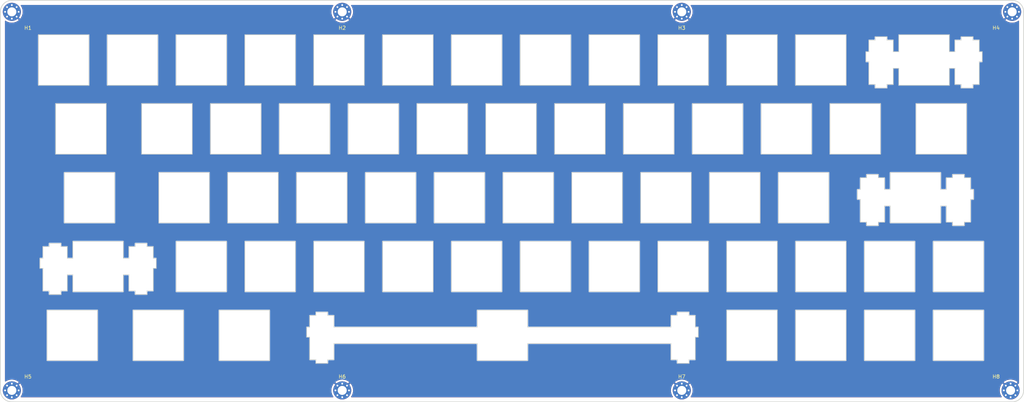
<source format=kicad_pcb>
(kicad_pcb (version 20240108) (generator "pcbnew") (generator_version "8.0")
  (layers (0 "F.Cu" signal) (31 "B.Cu" signal) (34 "B.Paste" user) (35 "F.Paste" user) (36 "B.SilkS" user "B.Silkscreen") (37 "F.SilkS" user "F.Silkscreen") (38 "B.Mask" user) (39 "F.Mask" user) (44 "Edge.Cuts" user))
  (net 0 "")
  (net 1 "GND")
  (footprint "MountingHole:MountingHole_2.5mm_Pad_Via" (layer "F.Cu") (at 213.995 28.575)
    (property "Reference" "H3" (at 0 4.445 0) (layer "F.SilkS"))
    (property "Value" "mh")
    (pad "1" thru_hole circle (at -1.875 0) (size 0.8 0.8) (drill 0.5) (layers "*.Cu" "*.Mask") (net 1 "GND"))
    (pad "1" thru_hole circle (at -1.325825 -1.325825) (size 0.8 0.8) (drill 0.5) (layers "*.Cu" "*.Mask") (net 1 "GND"))
    (pad "1" thru_hole circle (at -1.325825 1.325825) (size 0.8 0.8) (drill 0.5) (layers "*.Cu" "*.Mask") (net 1 "GND"))
    (pad "1" thru_hole circle (at 0 -1.875) (size 0.8 0.8) (drill 0.5) (layers "*.Cu" "*.Mask") (net 1 "GND"))
    (pad "1" thru_hole circle (at 0 0) (size 5 5) (drill 2.5) (layers "*.Cu" "*.Mask") (net 1 "GND"))
    (pad "1" thru_hole circle (at 0 1.875) (size 0.8 0.8) (drill 0.5) (layers "*.Cu" "*.Mask") (net 1 "GND"))
    (pad "1" thru_hole circle (at 1.325825 -1.325825) (size 0.8 0.8) (drill 0.5) (layers "*.Cu" "*.Mask") (net 1 "GND"))
    (pad "1" thru_hole circle (at 1.325825 1.325825) (size 0.8 0.8) (drill 0.5) (layers "*.Cu" "*.Mask") (net 1 "GND"))
    (pad "1" thru_hole circle (at 1.875 0) (size 0.8 0.8) (drill 0.5) (layers "*.Cu" "*.Mask") (net 1 "GND"))
  )
  (footprint "MountingHole:MountingHole_2.5mm_Pad_Via" (layer "F.Cu") (at 28.575 133.35)
    (property "Reference" "H5" (at 4.445 -3.81 0) (layer "F.SilkS"))
    (property "Value" "mh")
    (pad "1" thru_hole circle (at -1.875 0) (size 0.8 0.8) (drill 0.5) (layers "*.Cu" "*.Mask") (net 1 "GND"))
    (pad "1" thru_hole circle (at -1.325825 -1.325825) (size 0.8 0.8) (drill 0.5) (layers "*.Cu" "*.Mask") (net 1 "GND"))
    (pad "1" thru_hole circle (at -1.325825 1.325825) (size 0.8 0.8) (drill 0.5) (layers "*.Cu" "*.Mask") (net 1 "GND"))
    (pad "1" thru_hole circle (at 0 -1.875) (size 0.8 0.8) (drill 0.5) (layers "*.Cu" "*.Mask") (net 1 "GND"))
    (pad "1" thru_hole circle (at 0 0) (size 5 5) (drill 2.5) (layers "*.Cu" "*.Mask") (net 1 "GND"))
    (pad "1" thru_hole circle (at 0 1.875) (size 0.8 0.8) (drill 0.5) (layers "*.Cu" "*.Mask") (net 1 "GND"))
    (pad "1" thru_hole circle (at 1.325825 -1.325825) (size 0.8 0.8) (drill 0.5) (layers "*.Cu" "*.Mask") (net 1 "GND"))
    (pad "1" thru_hole circle (at 1.325825 1.325825) (size 0.8 0.8) (drill 0.5) (layers "*.Cu" "*.Mask") (net 1 "GND"))
    (pad "1" thru_hole circle (at 1.875 0) (size 0.8 0.8) (drill 0.5) (layers "*.Cu" "*.Mask") (net 1 "GND"))
  )
  (footprint "MountingHole:MountingHole_2.5mm_Pad_Via" (layer "F.Cu") (at 120.015 28.575)
    (property "Reference" "H2" (at 0 4.445 0) (layer "F.SilkS"))
    (property "Value" "mh")
    (pad "1" thru_hole circle (at -1.875 0) (size 0.8 0.8) (drill 0.5) (layers "*.Cu" "*.Mask") (net 1 "GND"))
    (pad "1" thru_hole circle (at -1.325825 -1.325825) (size 0.8 0.8) (drill 0.5) (layers "*.Cu" "*.Mask") (net 1 "GND"))
    (pad "1" thru_hole circle (at -1.325825 1.325825) (size 0.8 0.8) (drill 0.5) (layers "*.Cu" "*.Mask") (net 1 "GND"))
    (pad "1" thru_hole circle (at 0 -1.875) (size 0.8 0.8) (drill 0.5) (layers "*.Cu" "*.Mask") (net 1 "GND"))
    (pad "1" thru_hole circle (at 0 0) (size 5 5) (drill 2.5) (layers "*.Cu" "*.Mask") (net 1 "GND"))
    (pad "1" thru_hole circle (at 0 1.875) (size 0.8 0.8) (drill 0.5) (layers "*.Cu" "*.Mask") (net 1 "GND"))
    (pad "1" thru_hole circle (at 1.325825 -1.325825) (size 0.8 0.8) (drill 0.5) (layers "*.Cu" "*.Mask") (net 1 "GND"))
    (pad "1" thru_hole circle (at 1.325825 1.325825) (size 0.8 0.8) (drill 0.5) (layers "*.Cu" "*.Mask") (net 1 "GND"))
    (pad "1" thru_hole circle (at 1.875 0) (size 0.8 0.8) (drill 0.5) (layers "*.Cu" "*.Mask") (net 1 "GND"))
  )
  (footprint "MountingHole:MountingHole_2.5mm_Pad_Via" (layer "F.Cu") (at 28.575 28.575)
    (property "Reference" "H1" (at 4.445 4.445 0) (layer "F.SilkS"))
    (property "Value" "mh")
    (pad "1" thru_hole circle (at -1.875 0) (size 0.8 0.8) (drill 0.5) (layers "*.Cu" "*.Mask") (net 1 "GND"))
    (pad "1" thru_hole circle (at -1.325825 -1.325825) (size 0.8 0.8) (drill 0.5) (layers "*.Cu" "*.Mask") (net 1 "GND"))
    (pad "1" thru_hole circle (at -1.325825 1.325825) (size 0.8 0.8) (drill 0.5) (layers "*.Cu" "*.Mask") (net 1 "GND"))
    (pad "1" thru_hole circle (at 0 -1.875) (size 0.8 0.8) (drill 0.5) (layers "*.Cu" "*.Mask") (net 1 "GND"))
    (pad "1" thru_hole circle (at 0 0) (size 5 5) (drill 2.5) (layers "*.Cu" "*.Mask") (net 1 "GND"))
    (pad "1" thru_hole circle (at 0 1.875) (size 0.8 0.8) (drill 0.5) (layers "*.Cu" "*.Mask") (net 1 "GND"))
    (pad "1" thru_hole circle (at 1.325825 -1.325825) (size 0.8 0.8) (drill 0.5) (layers "*.Cu" "*.Mask") (net 1 "GND"))
    (pad "1" thru_hole circle (at 1.325825 1.325825) (size 0.8 0.8) (drill 0.5) (layers "*.Cu" "*.Mask") (net 1 "GND"))
    (pad "1" thru_hole circle (at 1.875 0) (size 0.8 0.8) (drill 0.5) (layers "*.Cu" "*.Mask") (net 1 "GND"))
  )
  (footprint "MountingHole:MountingHole_2.5mm_Pad_Via" (layer "F.Cu") (at 305.0032 133.35)
    (property "Reference" "H8" (at -4.0132 -3.81 0) (layer "F.SilkS"))
    (property "Value" "mh")
    (pad "1" thru_hole circle (at -1.875 0) (size 0.8 0.8) (drill 0.5) (layers "*.Cu" "*.Mask") (net 1 "GND"))
    (pad "1" thru_hole circle (at -1.325825 -1.325825) (size 0.8 0.8) (drill 0.5) (layers "*.Cu" "*.Mask") (net 1 "GND"))
    (pad "1" thru_hole circle (at -1.325825 1.325825) (size 0.8 0.8) (drill 0.5) (layers "*.Cu" "*.Mask") (net 1 "GND"))
    (pad "1" thru_hole circle (at 0 -1.875) (size 0.8 0.8) (drill 0.5) (layers "*.Cu" "*.Mask") (net 1 "GND"))
    (pad "1" thru_hole circle (at 0 0) (size 5 5) (drill 2.5) (layers "*.Cu" "*.Mask") (net 1 "GND"))
    (pad "1" thru_hole circle (at 0 1.875) (size 0.8 0.8) (drill 0.5) (layers "*.Cu" "*.Mask") (net 1 "GND"))
    (pad "1" thru_hole circle (at 1.325825 -1.325825) (size 0.8 0.8) (drill 0.5) (layers "*.Cu" "*.Mask") (net 1 "GND"))
    (pad "1" thru_hole circle (at 1.325825 1.325825) (size 0.8 0.8) (drill 0.5) (layers "*.Cu" "*.Mask") (net 1 "GND"))
    (pad "1" thru_hole circle (at 1.875 0) (size 0.8 0.8) (drill 0.5) (layers "*.Cu" "*.Mask") (net 1 "GND"))
  )
  (footprint "MountingHole:MountingHole_2.5mm_Pad_Via" (layer "F.Cu") (at 213.995 133.35)
    (property "Reference" "H7" (at 0 -3.81 0) (layer "F.SilkS"))
    (property "Value" "mh")
    (pad "1" thru_hole circle (at -1.875 0) (size 0.8 0.8) (drill 0.5) (layers "*.Cu" "*.Mask") (net 1 "GND"))
    (pad "1" thru_hole circle (at -1.325825 -1.325825) (size 0.8 0.8) (drill 0.5) (layers "*.Cu" "*.Mask") (net 1 "GND"))
    (pad "1" thru_hole circle (at -1.325825 1.325825) (size 0.8 0.8) (drill 0.5) (layers "*.Cu" "*.Mask") (net 1 "GND"))
    (pad "1" thru_hole circle (at 0 -1.875) (size 0.8 0.8) (drill 0.5) (layers "*.Cu" "*.Mask") (net 1 "GND"))
    (pad "1" thru_hole circle (at 0 0) (size 5 5) (drill 2.5) (layers "*.Cu" "*.Mask") (net 1 "GND"))
    (pad "1" thru_hole circle (at 0 1.875) (size 0.8 0.8) (drill 0.5) (layers "*.Cu" "*.Mask") (net 1 "GND"))
    (pad "1" thru_hole circle (at 1.325825 -1.325825) (size 0.8 0.8) (drill 0.5) (layers "*.Cu" "*.Mask") (net 1 "GND"))
    (pad "1" thru_hole circle (at 1.325825 1.325825) (size 0.8 0.8) (drill 0.5) (layers "*.Cu" "*.Mask") (net 1 "GND"))
    (pad "1" thru_hole circle (at 1.875 0) (size 0.8 0.8) (drill 0.5) (layers "*.Cu" "*.Mask") (net 1 "GND"))
  )
  (footprint "MountingHole:MountingHole_2.5mm_Pad_Via" (layer "F.Cu") (at 305.435 28.575)
    (property "Reference" "H4" (at -4.445 4.445 0) (layer "F.SilkS"))
    (property "Value" "mh")
    (pad "1" thru_hole circle (at -1.875 0) (size 0.8 0.8) (drill 0.5) (layers "*.Cu" "*.Mask") (net 1 "GND"))
    (pad "1" thru_hole circle (at -1.325825 -1.325825) (size 0.8 0.8) (drill 0.5) (layers "*.Cu" "*.Mask") (net 1 "GND"))
    (pad "1" thru_hole circle (at -1.325825 1.325825) (size 0.8 0.8) (drill 0.5) (layers "*.Cu" "*.Mask") (net 1 "GND"))
    (pad "1" thru_hole circle (at 0 -1.875) (size 0.8 0.8) (drill 0.5) (layers "*.Cu" "*.Mask") (net 1 "GND"))
    (pad "1" thru_hole circle (at 0 0) (size 5 5) (drill 2.5) (layers "*.Cu" "*.Mask") (net 1 "GND"))
    (pad "1" thru_hole circle (at 0 1.875) (size 0.8 0.8) (drill 0.5) (layers "*.Cu" "*.Mask") (net 1 "GND"))
    (pad "1" thru_hole circle (at 1.325825 -1.325825) (size 0.8 0.8) (drill 0.5) (layers "*.Cu" "*.Mask") (net 1 "GND"))
    (pad "1" thru_hole circle (at 1.325825 1.325825) (size 0.8 0.8) (drill 0.5) (layers "*.Cu" "*.Mask") (net 1 "GND"))
    (pad "1" thru_hole circle (at 1.875 0) (size 0.8 0.8) (drill 0.5) (layers "*.Cu" "*.Mask") (net 1 "GND"))
  )
  (footprint "MountingHole:MountingHole_2.5mm_Pad_Via" (layer "F.Cu") (at 120.015 133.35)
    (property "Reference" "H6" (at 0 -3.81 0) (layer "F.SilkS"))
    (property "Value" "mh")
    (pad "1" thru_hole circle (at -1.875 0) (size 0.8 0.8) (drill 0.5) (layers "*.Cu" "*.Mask") (net 1 "GND"))
    (pad "1" thru_hole circle (at -1.325825 -1.325825) (size 0.8 0.8) (drill 0.5) (layers "*.Cu" "*.Mask") (net 1 "GND"))
    (pad "1" thru_hole circle (at -1.325825 1.325825) (size 0.8 0.8) (drill 0.5) (layers "*.Cu" "*.Mask") (net 1 "GND"))
    (pad "1" thru_hole circle (at 0 -1.875) (size 0.8 0.8) (drill 0.5) (layers "*.Cu" "*.Mask") (net 1 "GND"))
    (pad "1" thru_hole circle (at 0 0) (size 5 5) (drill 2.5) (layers "*.Cu" "*.Mask") (net 1 "GND"))
    (pad "1" thru_hole circle (at 0 1.875) (size 0.8 0.8) (drill 0.5) (layers "*.Cu" "*.Mask") (net 1 "GND"))
    (pad "1" thru_hole circle (at 1.325825 -1.325825) (size 0.8 0.8) (drill 0.5) (layers "*.Cu" "*.Mask") (net 1 "GND"))
    (pad "1" thru_hole circle (at 1.325825 1.325825) (size 0.8 0.8) (drill 0.5) (layers "*.Cu" "*.Mask") (net 1 "GND"))
    (pad "1" thru_hole circle (at 1.875 0) (size 0.8 0.8) (drill 0.5) (layers "*.Cu" "*.Mask") (net 1 "GND"))
  )
  (gr_line (start 38.899231 92.61015) (end 38.899231 93.52915) (stroke (width 0.2)) (layer "Edge.Cuts"))
  (gr_line (start 110.167231 115.80935) (end 110.167231 118.60945) (stroke (width 0.2)) (layer "Edge.Cuts"))
  (gr_line (start 202.324831 106.05975) (end 188.325831 106.05975) (stroke (width 0.2)) (layer "Edge.Cuts"))
  (gr_line (start 245.475831 111.11025) (end 259.474831 111.11025) (stroke (width 0.2)) (layer "Edge.Cuts"))
  (gr_line (start 157.367831 120.40925) (end 157.367831 125.10975) (stroke (width 0.2)) (layer "Edge.Cuts"))
  (gr_line (start 265.117831 86.77945) (end 265.117831 87.75955) (stroke (width 0.2)) (layer "Edge.Cuts"))
  (gr_line (start 169.275831 92.06025) (end 183.274831 92.06025) (stroke (width 0.2)) (layer "Edge.Cuts"))
  (gr_line (start 226.425831 125.10975) (end 226.425831 111.11025) (stroke (width 0.2)) (layer "Edge.Cuts"))
  (gr_line (start 178.512831 87.00985) (end 164.511831 87.00985) (stroke (width 0.2)) (layer "Edge.Cuts"))
  (gr_line (start 221.374831 92.06025) (end 221.374831 106.05975) (stroke (width 0.2)) (layer "Edge.Cuts"))
  (gr_line (start 145.461831 73.01025) (end 159.462831 73.01025) (stroke (width 0.2)) (layer "Edge.Cuts"))
  (gr_line (start 67.723831 99.55955) (end 68.549331 99.55955) (stroke (width 0.2)) (layer "Edge.Cuts"))
  (gr_line (start 112.125431 48.90985) (end 112.125431 34.90915) (stroke (width 0.2)) (layer "Edge.Cuts"))
  (gr_line (start 285.667831 82.30905) (end 287.192831 82.30905) (stroke (width 0.2)) (layer "Edge.Cuts"))
  (gr_line (start 202.611831 73.01025) (end 216.612831 73.01025) (stroke (width 0.2)) (layer "Edge.Cuts"))
  (gr_line (start 221.374831 48.90985) (end 207.375831 48.90985) (stroke (width 0.2)) (layer "Edge.Cuts"))
  (gr_line (start 216.016831 111.65865) (end 212.717831 111.65865) (stroke (width 0.2)) (layer "Edge.Cuts"))
  (gr_line (start 173.749831 53.96025) (end 173.749831 67.95985) (stroke (width 0.2)) (layer "Edge.Cuts"))
  (gr_line (start 107.075131 106.05975) (end 93.075431 106.05975) (stroke (width 0.2)) (layer "Edge.Cuts"))
  (gr_line (start 212.717831 112.57925) (end 210.992831 112.57925) (stroke (width 0.2)) (layer "Edge.Cuts"))
  (gr_line (start 131.173831 48.90985) (end 131.173831 34.90915) (stroke (width 0.2)) (layer "Edge.Cuts"))
  (gr_line (start 110.167231 118.60945) (end 110.992731 118.60945) (stroke (width 0.2)) (layer "Edge.Cuts"))
  (gr_line (start 62.699531 92.61015) (end 62.699531 93.52915) (stroke (width 0.2)) (layer "Edge.Cuts"))
  (gr_line (start 154.699831 67.95985) (end 140.700831 67.95985) (stroke (width 0.2)) (layer "Edge.Cuts"))
  (gr_line (start 287.192831 74.47915) (end 287.192831 77.70925) (stroke (width 0.2)) (layer "Edge.Cuts"))
  (gr_line (start 117.742431 115.80935) (end 117.742431 112.57925) (stroke (width 0.2)) (layer "Edge.Cuts"))
  (gr_line (start 202.324831 48.90985) (end 188.325831 48.90985) (stroke (width 0.2)) (layer "Edge.Cuts"))
  (gr_line (start 267.499831 36.37915) (end 265.775831 36.37915) (stroke (width 0.2)) (layer "Edge.Cuts"))
  (gr_line (start 264.525831 92.06025) (end 278.524831 92.06025) (stroke (width 0.2)) (layer "Edge.Cuts"))
  (gr_line (start 88.311531 73.01025) (end 102.312631 73.01025) (stroke (width 0.2)) (layer "Edge.Cuts"))
  (gr_line (start 126.411831 73.01025) (end 140.412831 73.01025) (stroke (width 0.2)) (layer "Edge.Cuts"))
  (gr_line (start 271.667831 87.00985) (end 285.667831 87.00985) (stroke (width 0.2)) (layer "Edge.Cuts"))
  (gr_line (start 178.512831 73.01025) (end 178.512831 87.00985) (stroke (width 0.2)) (layer "Edge.Cuts"))
  (gr_line (start 271.667831 77.70925) (end 270.142831 77.70925) (stroke (width 0.2)) (layer "Edge.Cuts"))
  (gr_line (start 255.000831 53.96025) (end 268.999831 53.96025) (stroke (width 0.2)) (layer "Edge.Cuts"))
  (gr_line (start 249.949831 67.95985) (end 235.950831 67.95985) (stroke (width 0.2)) (layer "Edge.Cuts"))
  (gr_line (start 62.117831 111.11025) (end 76.117431 111.11025) (stroke (width 0.2)) (layer "Edge.Cuts"))
  (gr_line (start 37.175331 105.82955) (end 38.899231 105.82955) (stroke (width 0.2)) (layer "Edge.Cuts"))
  (gr_line (start 110.992731 112.57925) (end 110.992731 115.80935) (stroke (width 0.2)) (layer "Edge.Cuts"))
  (gr_line (start 264.525831 106.05975) (end 264.525831 92.06025) (stroke (width 0.2)) (layer "Edge.Cuts"))
  (gr_line (start 68.975131 34.90915) (end 68.975131 48.90985) (stroke (width 0.2)) (layer "Edge.Cuts"))
  (gr_line (start 88.025131 106.05975) (end 74.025431 106.05975) (stroke (width 0.2)) (layer "Edge.Cuts"))
  (gr_line (start 212.717831 111.65865) (end 212.717831 112.57925) (stroke (width 0.2)) (layer "Edge.Cuts"))
  (gr_line (start 283.575831 106.05975) (end 283.575831 92.06025) (stroke (width 0.2)) (layer "Edge.Cuts"))
  (gr_line (start 173.749831 67.95985) (end 159.750831 67.95985) (stroke (width 0.2)) (layer "Edge.Cuts"))
  (gr_line (start 217.742831 112.57925) (end 216.016831 112.57925) (stroke (width 0.2)) (layer "Edge.Cuts"))
  (gr_line (start 202.611831 87.00985) (end 202.611831 73.01025) (stroke (width 0.2)) (layer "Edge.Cuts"))
  (gr_line (start 291.299831 48.67805) (end 291.299831 49.65955) (stroke (width 0.2)) (layer "Edge.Cuts"))
  (gr_line (start 116.018331 124.87815) (end 117.742431 124.87815) (stroke (width 0.2)) (layer "Edge.Cuts"))
  (gr_line (start 207.375831 34.90915) (end 221.374831 34.90915) (stroke (width 0.2)) (layer "Edge.Cuts"))
  (gr_line (start 43.924931 101.35925) (end 45.449031 101.35925) (stroke (width 0.2)) (layer "Edge.Cuts"))
  (gr_line (start 85.930331 125.10975) (end 85.930331 111.11025) (stroke (width 0.2)) (layer "Edge.Cuts"))
  (gr_line (start 169.275831 106.05975) (end 169.275831 92.06025) (stroke (width 0.2)) (layer "Edge.Cuts"))
  (gr_line (start 59.449931 96.75925) (end 59.449931 92.06025) (stroke (width 0.2)) (layer "Edge.Cuts"))
  (gr_line (start 272.524831 44.20905) (end 274.050831 44.20905) (stroke (width 0.2)) (layer "Edge.Cuts"))
  (gr_line (start 116.600131 53.96025) (end 116.600131 67.95985) (stroke (width 0.2)) (layer "Edge.Cuts"))
  (gr_line (start 297.574831 92.06025) (end 297.574831 106.05975) (stroke (width 0.2)) (layer "Edge.Cuts"))
  (gr_line (start 240.424831 111.11025) (end 240.424831 125.10975) (stroke (width 0.2)) (layer "Edge.Cuts"))
  (gr_line (start 264.525831 111.11025) (end 278.524831 111.11025) (stroke (width 0.2)) (layer "Edge.Cuts"))
  (gr_line (start 268.418831 74.47915) (end 268.418831 73.56025) (stroke (width 0.2)) (layer "Edge.Cuts"))
  (gr_line (start 112.125431 106.05975) (end 112.125431 92.06025) (stroke (width 0.2)) (layer "Edge.Cuts"))
  (gr_line (start 126.124831 106.05975) (end 112.125431 106.05975) (stroke (width 0.2)) (layer "Edge.Cuts"))
  (gr_line (start 226.425831 106.05975) (end 226.425831 92.06025) (stroke (width 0.2)) (layer "Edge.Cuts"))
  (gr_line (start 268.418831 87.75955) (end 268.418831 86.77945) (stroke (width 0.2)) (layer "Edge.Cuts"))
  (gr_line (start 74.025431 48.90985) (end 74.025431 34.90915) (stroke (width 0.2)) (layer "Edge.Cuts"))
  (gr_line (start 99.931331 125.10975) (end 85.930331 125.10975) (stroke (width 0.2)) (layer "Edge.Cuts"))
  (gr_arc (start 305.435 25.4) (mid 307.680069 26.32994) (end 308.61 28.575) (stroke (width 0.2032)) (layer "Edge.Cuts"))
  (gr_line (start 60.974131 93.52915) (end 60.974131 96.75925) (stroke (width 0.2)) (layer "Edge.Cuts"))
  (gr_line (start 42.198331 93.52915) (end 42.198331 92.61015) (stroke (width 0.2)) (layer "Edge.Cuts"))
  (gr_line (start 217.742831 124.87815) (end 217.742831 118.60945) (stroke (width 0.2)) (layer "Edge.Cuts"))
  (gr_line (start 154.699831 53.96025) (end 154.699831 67.95985) (stroke (width 0.2)) (layer "Edge.Cuts"))
  (gr_line (start 40.686531 67.95985) (end 40.686531 53.96025) (stroke (width 0.2)) (layer "Edge.Cuts"))
  (gr_line (start 197.850831 53.96025) (end 211.849831 53.96025) (stroke (width 0.2)) (layer "Edge.Cuts"))
  (gr_line (start 272.524831 48.67805) (end 272.524831 44.20905) (stroke (width 0.2)) (layer "Edge.Cuts"))
  (gr_line (start 59.449931 106.05975) (end 59.449931 101.35925) (stroke (width 0.2)) (layer "Edge.Cuts"))
  (gr_line (start 59.449931 92.06025) (end 45.449031 92.06025) (stroke (width 0.2)) (layer "Edge.Cuts"))
  (gr_line (start 294.599831 35.46015) (end 291.299831 35.46015) (stroke (width 0.2)) (layer "Edge.Cuts"))
  (gr_line (start 116.018331 111.65865) (end 112.718131 111.65865) (stroke (width 0.2)) (layer "Edge.Cuts"))
  (gr_line (start 292.216831 87.75955) (end 292.216831 86.77945) (stroke (width 0.2)) (layer "Edge.Cuts"))
  (gr_line (start 25.4 133.35) (end 25.4 28.575) (stroke (width 0.2032)) (layer "Edge.Cuts"))
  (gr_line (start 226.425831 48.90985) (end 226.425831 34.90915) (stroke (width 0.2)) (layer "Edge.Cuts"))
  (gr_line (start 265.775831 42.40955) (end 265.775831 48.67805) (stroke (width 0.2)) (layer "Edge.Cuts"))
  (gr_line (start 85.930331 111.11025) (end 99.931331 111.11025) (stroke (width 0.2)) (layer "Edge.Cuts"))
  (gr_line (start 262.566831 77.70925) (end 262.566831 80.50955) (stroke (width 0.2)) (layer "Edge.Cuts"))
  (gr_line (start 140.700831 53.96025) (end 154.699831 53.96025) (stroke (width 0.2)) (layer "Edge.Cuts"))
  (gr_line (start 112.125431 34.90915) (end 126.124831 34.90915) (stroke (width 0.2)) (layer "Edge.Cuts"))
  (gr_line (start 265.775831 36.37915) (end 265.775831 39.60785) (stroke (width 0.2)) (layer "Edge.Cuts"))
  (gr_line (start 212.717831 125.85935) (end 216.016831 125.85935) (stroke (width 0.2)) (layer "Edge.Cuts"))
  (gr_line (start 171.367831 125.10975) (end 171.367831 120.40925) (stroke (width 0.2)) (layer "Edge.Cuts"))
  (gr_line (start 121.650431 53.96025) (end 135.649831 53.96025) (stroke (width 0.2)) (layer "Edge.Cuts"))
  (gr_line (start 254.712831 73.01025) (end 254.712831 87.00985) (stroke (width 0.2)) (layer "Edge.Cuts"))
  (gr_line (start 226.425831 111.11025) (end 240.424831 111.11025) (stroke (width 0.2)) (layer "Edge.Cuts"))
  (gr_line (start 140.700831 67.95985) (end 140.700831 53.96025) (stroke (width 0.2)) (layer "Edge.Cuts"))
  (gr_line (start 218.567831 115.80935) (end 217.742831 115.80935) (stroke (width 0.2)) (layer "Edge.Cuts"))
  (gr_line (start 216.016831 112.57925) (end 216.016831 111.65865) (stroke (width 0.2)) (layer "Edge.Cuts"))
  (gr_line (start 294.599831 48.67805) (end 296.324831 48.67805) (stroke (width 0.2)) (layer "Edge.Cuts"))
  (gr_line (start 259.474831 125.10975) (end 245.475831 125.10975) (stroke (width 0.2)) (layer "Edge.Cuts"))
  (gr_line (start 197.562831 87.00985) (end 183.561831 87.00985) (stroke (width 0.2)) (layer "Edge.Cuts"))
  (gr_line (start 294.599831 49.65955) (end 294.599831 48.67805) (stroke (width 0.2)) (layer "Edge.Cuts"))
  (gr_line (start 188.325831 106.05975) (end 188.325831 92.06025) (stroke (width 0.2)) (layer "Edge.Cuts"))
  (gr_line (start 270.142831 86.77945) (end 270.142831 82.30905) (stroke (width 0.2)) (layer "Edge.Cuts"))
  (gr_line (start 212.717831 124.87815) (end 212.717831 125.85935) (stroke (width 0.2)) (layer "Edge.Cuts"))
  (gr_line (start 65.998331 106.80935) (end 65.998331 105.82955) (stroke (width 0.2)) (layer "Edge.Cuts"))
  (gr_line (start 293.942831 86.77945) (end 293.942831 80.50955) (stroke (width 0.2)) (layer "Edge.Cuts"))
  (gr_line (start 35.924031 48.90985) (end 35.924031 34.90915) (stroke (width 0.2)) (layer "Edge.Cuts"))
  (gr_line (start 188.325831 48.90985) (end 188.325831 34.90915) (stroke (width 0.2)) (layer "Edge.Cuts"))
  (gr_line (start 93.075431 92.06025) (end 107.075131 92.06025) (stroke (width 0.2)) (layer "Edge.Cuts"))
  (gr_line (start 121.362631 73.01025) (end 121.362631 87.00985) (stroke (width 0.2)) (layer "Edge.Cuts"))
  (gr_line (start 287.192831 77.70925) (end 285.667831 77.70925) (stroke (width 0.2)) (layer "Edge.Cuts"))
  (gr_line (start 274.050831 44.20905) (end 274.050831 48.90985) (stroke (width 0.2)) (layer "Edge.Cuts"))
  (gr_line (start 54.975431 48.90985) (end 54.975431 34.90915) (stroke (width 0.2)) (layer "Edge.Cuts"))
  (gr_line (start 263.392831 77.70925) (end 262.566831 77.70925) (stroke (width 0.2)) (layer "Edge.Cuts"))
  (gr_line (start 45.449031 96.75925) (end 43.924931 96.75925) (stroke (width 0.2)) (layer "Edge.Cuts"))
  (gr_line (start 78.500131 53.96025) (end 78.500131 67.95985) (stroke (width 0.2)) (layer "Edge.Cuts"))
  (gr_line (start 52.306231 125.10975) (end 38.305331 125.10975) (stroke (width 0.2)) (layer "Edge.Cuts"))
  (gr_line (start 97.550131 53.96025) (end 97.550131 67.95985) (stroke (width 0.2)) (layer "Edge.Cuts"))
  (gr_line (start 68.549331 99.55955) (end 68.549331 96.75925) (stroke (width 0.2)) (layer "Edge.Cuts"))
  (gr_line (start 43.924931 96.75925) (end 43.924931 93.52915) (stroke (width 0.2)) (layer "Edge.Cuts"))
  (gr_line (start 57.067331 73.01025) (end 57.067331 87.00985) (stroke (width 0.2)) (layer "Edge.Cuts"))
  (gr_line (start 37.175331 99.55955) (end 37.175331 105.82955) (stroke (width 0.2)) (layer "Edge.Cuts"))
  (gr_line (start 240.424831 106.05975) (end 226.425831 106.05975) (stroke (width 0.2)) (layer "Edge.Cuts"))
  (gr_line (start 116.018331 125.85935) (end 116.018331 124.87815) (stroke (width 0.2)) (layer "Edge.Cuts"))
  (gr_line (start 62.699531 93.52915) (end 60.974131 93.52915) (stroke (width 0.2)) (layer "Edge.Cuts"))
  (gr_line (start 145.173831 92.06025) (end 145.173831 106.05975) (stroke (width 0.2)) (layer "Edge.Cuts"))
  (gr_line (start 288.917831 86.77945) (end 288.917831 87.75955) (stroke (width 0.2)) (layer "Edge.Cuts"))
  (gr_line (start 271.667831 82.30905) (end 271.667831 87.00985) (stroke (width 0.2)) (layer "Edge.Cuts"))
  (gr_line (start 112.125431 92.06025) (end 126.124831 92.06025) (stroke (width 0.2)) (layer "Edge.Cuts"))
  (gr_line (start 270.799831 35.46015) (end 267.499831 35.46015) (stroke (width 0.2)) (layer "Edge.Cuts"))
  (gr_line (start 157.367831 111.11025) (end 157.367831 115.80935) (stroke (width 0.2)) (layer "Edge.Cuts"))
  (gr_line (start 49.924931 34.90915) (end 49.924931 48.90985) (stroke (width 0.2)) (layer "Edge.Cuts"))
  (gr_line (start 183.274831 34.90915) (end 183.274831 48.90985) (stroke (width 0.2)) (layer "Edge.Cuts"))
  (gr_line (start 274.050831 34.90915) (end 274.050831 39.60785) (stroke (width 0.2)) (layer "Edge.Cuts"))
  (gr_line (start 293.942831 80.50955) (end 294.767831 80.50955) (stroke (width 0.2)) (layer "Edge.Cuts"))
  (gr_line (start 76.117431 111.11025) (end 76.117431 125.10975) (stroke (width 0.2)) (layer "Edge.Cuts"))
  (gr_line (start 65.998331 92.61015) (end 62.699531 92.61015) (stroke (width 0.2)) (layer "Edge.Cuts"))
  (gr_line (start 259.474831 111.11025) (end 259.474831 125.10975) (stroke (width 0.2)) (layer "Edge.Cuts"))
  (gr_line (start 270.142831 77.70925) (end 270.142831 74.47915) (stroke (width 0.2)) (layer "Edge.Cuts"))
  (gr_line (start 283.575831 92.06025) (end 297.574831 92.06025) (stroke (width 0.2)) (layer "Edge.Cuts"))
  (gr_line (start 274.050831 39.60785) (end 272.524831 39.60785) (stroke (width 0.2)) (layer "Edge.Cuts"))
  (gr_line (start 283.575831 111.11025) (end 297.574831 111.11025) (stroke (width 0.2)) (layer "Edge.Cuts"))
  (gr_line (start 38.899231 93.52915) (end 37.175331 93.52915) (stroke (width 0.2)) (layer "Edge.Cuts"))
  (gr_line (start 207.375831 92.06025) (end 221.374831 92.06025) (stroke (width 0.2)) (layer "Edge.Cuts"))
  (gr_line (start 210.992831 120.40925) (end 210.992831 124.87815) (stroke (width 0.2)) (layer "Edge.Cuts"))
  (gr_line (start 121.362631 87.00985) (end 107.361531 87.00985) (stroke (width 0.2)) (layer "Edge.Cuts"))
  (gr_line (start 38.305331 125.10975) (end 38.305331 111.11025) (stroke (width 0.2)) (layer "Edge.Cuts"))
  (gr_line (start 62.699531 106.80935) (end 65.998331 106.80935) (stroke (width 0.2)) (layer "Edge.Cuts"))
  (gr_line (start 294.767831 80.50955) (end 294.767831 77.70925) (stroke (width 0.2)) (layer "Edge.Cuts"))
  (gr_line (start 202.324831 92.06025) (end 202.324831 106.05975) (stroke (width 0.2)) (layer "Edge.Cuts"))
  (gr_line (start 272.524831 39.60785) (end 272.524831 36.37915) (stroke (width 0.2)) (layer "Edge.Cuts"))
  (gr_line (start 131.173831 34.90915) (end 145.173831 34.90915) (stroke (width 0.2)) (layer "Edge.Cuts"))
  (gr_line (start 40.686531 53.96025) (end 54.687431 53.96025) (stroke (width 0.2)) (layer "Edge.Cuts"))
  (gr_line (start 197.850831 67.95985) (end 197.850831 53.96025) (stroke (width 0.2)) (layer "Edge.Cuts"))
  (gr_line (start 297.148831 39.60785) (end 296.324831 39.60785) (stroke (width 0.2)) (layer "Edge.Cuts"))
  (gr_line (start 265.117831 73.56025) (end 265.117831 74.47915) (stroke (width 0.2)) (layer "Edge.Cuts"))
  (gr_line (start 270.142831 82.30905) (end 271.667831 82.30905) (stroke (width 0.2)) (layer "Edge.Cuts"))
  (gr_line (start 157.367831 115.80935) (end 117.742431 115.80935) (stroke (width 0.2)) (layer "Edge.Cuts"))
  (gr_line (start 291.299831 36.37915) (end 289.575831 36.37915) (stroke (width 0.2)) (layer "Edge.Cuts"))
  (gr_line (start 221.661831 87.00985) (end 221.661831 73.01025) (stroke (width 0.2)) (layer "Edge.Cuts"))
  (gr_line (start 117.742431 120.40925) (end 157.367831 120.40925) (stroke (width 0.2)) (layer "Edge.Cuts"))
  (gr_line (start 28.575 25.4) (end 305.435 25.4) (stroke (width 0.2032)) (layer "Edge.Cuts"))
  (gr_line (start 268.418831 73.56025) (end 265.117831 73.56025) (stroke (width 0.2)) (layer "Edge.Cuts"))
  (gr_line (start 240.424831 34.90915) (end 240.424831 48.90985) (stroke (width 0.2)) (layer "Edge.Cuts"))
  (gr_line (start 45.449031 106.05975) (end 59.449931 106.05975) (stroke (width 0.2)) (layer "Edge.Cuts"))
  (gr_line (start 288.917831 87.75955) (end 292.216831 87.75955) (stroke (width 0.2)) (layer "Edge.Cuts"))
  (gr_line (start 259.474831 48.90985) (end 245.475831 48.90985) (stroke (width 0.2)) (layer "Edge.Cuts"))
  (gr_line (start 126.124831 48.90985) (end 112.125431 48.90985) (stroke (width 0.2)) (layer "Edge.Cuts"))
  (gr_line (start 164.511831 73.01025) (end 178.512831 73.01025) (stroke (width 0.2)) (layer "Edge.Cuts"))
  (gr_line (start 270.799831 49.65955) (end 270.799831 48.67805) (stroke (width 0.2)) (layer "Edge.Cuts"))
  (gr_line (start 226.425831 34.90915) (end 240.424831 34.90915) (stroke (width 0.2)) (layer "Edge.Cuts"))
  (gr_line (start 36.348531 99.55955) (end 37.175331 99.55955) (stroke (width 0.2)) (layer "Edge.Cuts"))
  (gr_line (start 88.025131 92.06025) (end 88.025131 106.05975) (stroke (width 0.2)) (layer "Edge.Cuts"))
  (gr_line (start 67.723831 105.82955) (end 67.723831 99.55955) (stroke (width 0.2)) (layer "Edge.Cuts"))
  (gr_line (start 288.917831 73.56025) (end 288.917831 74.47915) (stroke (width 0.2)) (layer "Edge.Cuts"))
  (gr_line (start 36.348531 96.75925) (end 36.348531 99.55955) (stroke (width 0.2)) (layer "Edge.Cuts"))
  (gr_line (start 207.375831 106.05975) (end 207.375831 92.06025) (stroke (width 0.2)) (layer "Edge.Cuts"))
  (gr_line (start 74.025431 92.06025) (end 88.025131 92.06025) (stroke (width 0.2)) (layer "Edge.Cuts"))
  (gr_line (start 65.998331 93.52915) (end 65.998331 92.61015) (stroke (width 0.2)) (layer "Edge.Cuts"))
  (gr_line (start 88.311531 87.00985) (end 88.311531 73.01025) (stroke (width 0.2)) (layer "Edge.Cuts"))
  (gr_line (start 83.550431 67.95985) (end 83.550431 53.96025) (stroke (width 0.2)) (layer "Edge.Cuts"))
  (gr_line (start 268.999831 67.95985) (end 255.000831 67.95985) (stroke (width 0.2)) (layer "Edge.Cuts"))
  (gr_line (start 297.574831 106.05975) (end 283.575831 106.05975) (stroke (width 0.2)) (layer "Edge.Cuts"))
  (gr_line (start 270.142831 74.47915) (end 268.418831 74.47915) (stroke (width 0.2)) (layer "Edge.Cuts"))
  (gr_line (start 278.809831 67.95985) (end 278.809831 53.96025) (stroke (width 0.2)) (layer "Edge.Cuts"))
  (gr_line (start 259.474831 106.05975) (end 245.475831 106.05975) (stroke (width 0.2)) (layer "Edge.Cuts"))
  (gr_line (start 38.899231 106.80935) (end 42.198331 106.80935) (stroke (width 0.2)) (layer "Edge.Cuts"))
  (gr_line (start 145.173831 34.90915) (end 145.173831 48.90985) (stroke (width 0.2)) (layer "Edge.Cuts"))
  (gr_line (start 42.198331 105.82955) (end 43.924931 105.82955) (stroke (width 0.2)) (layer "Edge.Cuts"))
  (gr_line (start 49.924931 48.90985) (end 35.924031 48.90985) (stroke (width 0.2)) (layer "Edge.Cuts"))
  (gr_line (start 259.474831 92.06025) (end 259.474831 106.05975) (stroke (width 0.2)) (layer "Edge.Cuts"))
  (gr_line (start 112.718131 124.87815) (end 112.718131 125.85935) (stroke (width 0.2)) (layer "Edge.Cuts"))
  (gr_line (start 159.750831 67.95985) (end 159.750831 53.96025) (stroke (width 0.2)) (layer "Edge.Cuts"))
  (gr_line (start 69.261531 87.00985) (end 69.261531 73.01025) (stroke (width 0.2)) (layer "Edge.Cuts"))
  (gr_line (start 285.667831 73.01025) (end 271.667831 73.01025) (stroke (width 0.2)) (layer "Edge.Cuts"))
  (gr_line (start 183.274831 106.05975) (end 169.275831 106.05975) (stroke (width 0.2)) (layer "Edge.Cuts"))
  (gr_line (start 262.566831 80.50955) (end 263.392831 80.50955) (stroke (width 0.2)) (layer "Edge.Cuts"))
  (gr_line (start 267.499831 35.46015) (end 267.499831 36.37915) (stroke (width 0.2)) (layer "Edge.Cuts"))
  (gr_line (start 62.117831 125.10975) (end 62.117831 111.11025) (stroke (width 0.2)) (layer "Edge.Cuts"))
  (gr_line (start 288.049831 48.90985) (end 288.049831 44.20905) (stroke (width 0.2)) (layer "Edge.Cuts"))
  (gr_line (start 211.849831 67.95985) (end 197.850831 67.95985) (stroke (width 0.2)) (layer "Edge.Cuts"))
  (gr_line (start 54.687431 53.96025) (end 54.687431 67.95985) (stroke (width 0.2)) (layer "Edge.Cuts"))
  (gr_line (start 254.712831 87.00985) (end 240.711831 87.00985) (stroke (width 0.2)) (layer "Edge.Cuts"))
  (gr_line (start 145.461831 87.00985) (end 145.461831 73.01025) (stroke (width 0.2)) (layer "Edge.Cuts"))
  (gr_line (start 217.742831 115.80935) (end 217.742831 112.57925) (stroke (width 0.2)) (layer "Edge.Cuts"))
  (gr_line (start 296.324831 39.60785) (end 296.324831 36.37915) (stroke (width 0.2)) (layer "Edge.Cuts"))
  (gr_line (start 240.711831 87.00985) (end 240.711831 73.01025) (stroke (width 0.2)) (layer "Edge.Cuts"))
  (gr_line (start 150.223831 34.90915) (end 164.224831 34.90915) (stroke (width 0.2)) (layer "Edge.Cuts"))
  (gr_line (start 35.924031 34.90915) (end 49.924931 34.90915) (stroke (width 0.2)) (layer "Edge.Cuts"))
  (gr_line (start 288.049831 34.90915) (end 274.050831 34.90915) (stroke (width 0.2)) (layer "Edge.Cuts"))
  (gr_line (start 288.049831 39.60785) (end 288.049831 34.90915) (stroke (width 0.2)) (layer "Edge.Cuts"))
  (gr_line (start 289.575831 44.20905) (end 289.575831 48.67805) (stroke (width 0.2)) (layer "Edge.Cuts"))
  (gr_line (start 235.662831 87.00985) (end 221.661831 87.00985) (stroke (width 0.2)) (layer "Edge.Cuts"))
  (gr_line (start 169.275831 48.90985) (end 169.275831 34.90915) (stroke (width 0.2)) (layer "Edge.Cuts"))
  (gr_line (start 37.175331 96.75925) (end 36.348531 96.75925) (stroke (width 0.2)) (layer "Edge.Cuts"))
  (gr_line (start 267.499831 49.65955) (end 270.799831 49.65955) (stroke (width 0.2)) (layer "Edge.Cuts"))
  (gr_line (start 245.475831 106.05975) (end 245.475831 92.06025) (stroke (width 0.2)) (layer "Edge.Cuts"))
  (gr_line (start 297.574831 125.10975) (end 283.575831 125.10975) (stroke (width 0.2)) (layer "Edge.Cuts"))
  (gr_line (start 116.018331 112.57925) (end 116.018331 111.65865) (stroke (width 0.2)) (layer "Edge.Cuts"))
  (gr_line (start 171.367831 115.80935) (end 171.367831 111.11025) (stroke (width 0.2)) (layer "Edge.Cuts"))
  (gr_line (start 159.462831 87.00985) (end 145.461831 87.00985) (stroke (width 0.2)) (layer "Edge.Cuts"))
  (gr_line (start 69.261531 73.01025) (end 83.262631 73.01025) (stroke (width 0.2)) (layer "Edge.Cuts"))
  (gr_line (start 93.075431 34.90915) (end 107.075131 34.90915) (stroke (width 0.2)) (layer "Edge.Cuts"))
  (gr_line (start 278.809831 53.96025) (end 292.812831 53.96025) (stroke (width 0.2)) (layer "Edge.Cuts"))
  (gr_line (start 292.812831 67.95985) (end 278.809831 67.95985) (stroke (width 0.2)) (layer "Edge.Cuts"))
  (gr_line (start 43.924931 105.82955) (end 43.924931 101.35925) (stroke (width 0.2)) (layer "Edge.Cuts"))
  (gr_line (start 107.075131 92.06025) (end 107.075131 106.05975) (stroke (width 0.2)) (layer "Edge.Cuts"))
  (gr_line (start 285.667831 87.00985) (end 285.667831 82.30905) (stroke (width 0.2)) (layer "Edge.Cuts"))
  (gr_line (start 192.799831 53.96025) (end 192.799831 67.95985) (stroke (width 0.2)) (layer "Edge.Cuts"))
  (gr_line (start 150.223831 92.06025) (end 164.224831 92.06025) (stroke (width 0.2)) (layer "Edge.Cuts"))
  (gr_line (start 126.124831 34.90915) (end 126.124831 48.90985) (stroke (width 0.2)) (layer "Edge.Cuts"))
  (gr_line (start 263.392831 86.77945) (end 265.117831 86.77945) (stroke (width 0.2)) (layer "Edge.Cuts"))
  (gr_line (start 76.117431 125.10975) (end 62.117831 125.10975) (stroke (width 0.2)) (layer "Edge.Cuts"))
  (gr_line (start 110.992731 118.60945) (end 110.992731 124.87815) (stroke (width 0.2)) (layer "Edge.Cuts"))
  (gr_line (start 292.812831 53.96025) (end 292.812831 67.95985) (stroke (width 0.2)) (layer "Edge.Cuts"))
  (gr_line (start 43.067831 73.01025) (end 57.067331 73.01025) (stroke (width 0.2)) (layer "Edge.Cuts"))
  (gr_line (start 289.575831 36.37915) (end 289.575831 39.60785) (stroke (width 0.2)) (layer "Edge.Cuts"))
  (gr_line (start 164.224831 92.06025) (end 164.224831 106.05975) (stroke (width 0.2)) (layer "Edge.Cuts"))
  (gr_line (start 308.61 28.575) (end 308.61 133.35) (stroke (width 0.2)) (layer "Edge.Cuts"))
  (gr_line (start 83.262631 87.00985) (end 69.261531 87.00985) (stroke (width 0.2)) (layer "Edge.Cuts"))
  (gr_line (start 150.223831 48.90985) (end 150.223831 34.90915) (stroke (width 0.2)) (layer "Edge.Cuts"))
  (gr_line (start 278.524831 92.06025) (end 278.524831 106.05975) (stroke (width 0.2)) (layer "Edge.Cuts"))
  (gr_line (start 102.312631 87.00985) (end 88.311531 87.00985) (stroke (width 0.2)) (layer "Edge.Cuts"))
  (gr_line (start 268.999831 53.96025) (end 268.999831 67.95985) (stroke (width 0.2)) (layer "Edge.Cuts"))
  (gr_line (start 93.075431 48.90985) (end 93.075431 34.90915) (stroke (width 0.2)) (layer "Edge.Cuts"))
  (gr_line (start 54.687431 67.95985) (end 40.686531 67.95985) (stroke (width 0.2)) (layer "Edge.Cuts"))
  (gr_line (start 183.561831 73.01025) (end 197.562831 73.01025) (stroke (width 0.2)) (layer "Edge.Cuts"))
  (gr_line (start 52.306231 111.11025) (end 52.306231 125.10975) (stroke (width 0.2)) (layer "Edge.Cuts"))
  (gr_line (start 240.424831 92.06025) (end 240.424831 106.05975) (stroke (width 0.2)) (layer "Edge.Cuts"))
  (gr_line (start 74.025431 34.90915) (end 88.025131 34.90915) (stroke (width 0.2)) (layer "Edge.Cuts"))
  (gr_line (start 112.718131 125.85935) (end 116.018331 125.85935) (stroke (width 0.2)) (layer "Edge.Cuts"))
  (gr_line (start 68.549331 96.75925) (end 67.723831 96.75925) (stroke (width 0.2)) (layer "Edge.Cuts"))
  (gr_line (start 178.800831 67.95985) (end 178.800831 53.96025) (stroke (width 0.2)) (layer "Edge.Cuts"))
  (gr_line (start 221.374831 106.05975) (end 207.375831 106.05975) (stroke (width 0.2)) (layer "Edge.Cuts"))
  (gr_line (start 164.224831 48.90985) (end 150.223831 48.90985) (stroke (width 0.2)) (layer "Edge.Cuts"))
  (gr_line (start 83.262631 73.01025) (end 83.262631 87.00985) (stroke (width 0.2)) (layer "Edge.Cuts"))
  (gr_line (start 102.600431 67.95985) (end 102.600431 53.96025) (stroke (width 0.2)) (layer "Edge.Cuts"))
  (gr_line (start 216.016831 124.87815) (end 217.742831 124.87815) (stroke (width 0.2)) (layer "Edge.Cuts"))
  (gr_line (start 293.942831 77.70925) (end 293.942831 74.47915) (stroke (width 0.2)) (layer "Edge.Cuts"))
  (gr_line (start 285.667831 77.70925) (end 285.667831 73.01025) (stroke (width 0.2)) (layer "Edge.Cuts"))
  (gr_line (start 245.475831 34.90915) (end 259.474831 34.90915) (stroke (width 0.2)) (layer "Edge.Cuts"))
  (gr_line (start 226.425831 92.06025) (end 240.424831 92.06025) (stroke (width 0.2)) (layer "Edge.Cuts"))
  (gr_line (start 93.075431 106.05975) (end 93.075431 92.06025) (stroke (width 0.2)) (layer "Edge.Cuts"))
  (gr_line (start 131.173831 92.06025) (end 145.173831 92.06025) (stroke (width 0.2)) (layer "Edge.Cuts"))
  (gr_line (start 265.775831 39.60785) (end 264.949831 39.60785) (stroke (width 0.2)) (layer "Edge.Cuts"))
  (gr_line (start 183.274831 92.06025) (end 183.274831 106.05975) (stroke (width 0.2)) (layer "Edge.Cuts"))
  (gr_line (start 112.718131 112.57925) (end 110.992731 112.57925) (stroke (width 0.2)) (layer "Edge.Cuts"))
  (gr_line (start 221.661831 73.01025) (end 235.662831 73.01025) (stroke (width 0.2)) (layer "Edge.Cuts"))
  (gr_line (start 197.562831 73.01025) (end 197.562831 87.00985) (stroke (width 0.2)) (layer "Edge.Cuts"))
  (gr_line (start 107.075131 48.90985) (end 93.075431 48.90985) (stroke (width 0.2)) (layer "Edge.Cuts"))
  (gr_line (start 287.192831 86.77945) (end 288.917831 86.77945) (stroke (width 0.2)) (layer "Edge.Cuts"))
  (gr_line (start 107.361531 73.01025) (end 121.362631 73.01025) (stroke (width 0.2)) (layer "Edge.Cuts"))
  (gr_line (start 145.173831 48.90985) (end 131.173831 48.90985) (stroke (width 0.2)) (layer "Edge.Cuts"))
  (gr_line (start 65.998331 105.82955) (end 67.723831 105.82955) (stroke (width 0.2)) (layer "Edge.Cuts"))
  (gr_line (start 45.449031 101.35925) (end 45.449031 106.05975) (stroke (width 0.2)) (layer "Edge.Cuts"))
  (gr_line (start 59.449931 101.35925) (end 60.974131 101.35925) (stroke (width 0.2)) (layer "Edge.Cuts"))
  (gr_line (start 216.900831 67.95985) (end 216.900831 53.96025) (stroke (width 0.2)) (layer "Edge.Cuts"))
  (gr_line (start 88.025131 34.90915) (end 88.025131 48.90985) (stroke (width 0.2)) (layer "Edge.Cuts"))
  (gr_line (start 188.325831 34.90915) (end 202.324831 34.90915) (stroke (width 0.2)) (layer "Edge.Cuts"))
  (gr_line (start 107.075131 34.90915) (end 107.075131 48.90985) (stroke (width 0.2)) (layer "Edge.Cuts"))
  (gr_line (start 126.124831 92.06025) (end 126.124831 106.05975) (stroke (width 0.2)) (layer "Edge.Cuts"))
  (gr_line (start 183.274831 48.90985) (end 169.275831 48.90985) (stroke (width 0.2)) (layer "Edge.Cuts"))
  (gr_line (start 88.025131 48.90985) (end 74.025431 48.90985) (stroke (width 0.2)) (layer "Edge.Cuts"))
  (gr_line (start 240.711831 73.01025) (end 254.712831 73.01025) (stroke (width 0.2)) (layer "Edge.Cuts"))
  (gr_line (start 110.992731 124.87815) (end 112.718131 124.87815) (stroke (width 0.2)) (layer "Edge.Cuts"))
  (gr_line (start 145.173831 106.05975) (end 131.173831 106.05975) (stroke (width 0.2)) (layer "Edge.Cuts"))
  (gr_line (start 263.392831 80.50955) (end 263.392831 86.77945) (stroke (width 0.2)) (layer "Edge.Cuts"))
  (gr_line (start 274.050831 48.90985) (end 288.049831 48.90985) (stroke (width 0.2)) (layer "Edge.Cuts"))
  (gr_line (start 288.049831 44.20905) (end 289.575831 44.20905) (stroke (width 0.2)) (layer "Edge.Cuts"))
  (gr_line (start 159.462831 73.01025) (end 159.462831 87.00985) (stroke (width 0.2)) (layer "Edge.Cuts"))
  (gr_line (start 296.324831 42.40955) (end 297.148831 42.40955) (stroke (width 0.2)) (layer "Edge.Cuts"))
  (gr_line (start 289.575831 48.67805) (end 291.299831 48.67805) (stroke (width 0.2)) (layer "Edge.Cuts"))
  (gr_line (start 164.224831 106.05975) (end 150.223831 106.05975) (stroke (width 0.2)) (layer "Edge.Cuts"))
  (gr_line (start 107.361531 87.00985) (end 107.361531 73.01025) (stroke (width 0.2)) (layer "Edge.Cuts"))
  (gr_line (start 291.299831 35.46015) (end 291.299831 36.37915) (stroke (width 0.2)) (layer "Edge.Cuts"))
  (gr_line (start 271.667831 73.01025) (end 271.667831 77.70925) (stroke (width 0.2)) (layer "Edge.Cuts"))
  (gr_line (start 83.550431 53.96025) (end 97.550131 53.96025) (stroke (width 0.2)) (layer "Edge.Cuts"))
  (gr_line (start 60.974131 96.75925) (end 59.449931 96.75925) (stroke (width 0.2)) (layer "Edge.Cuts"))
  (gr_line (start 150.223831 106.05975) (end 150.223831 92.06025) (stroke (width 0.2)) (layer "Edge.Cuts"))
  (gr_line (start 43.067831 87.00985) (end 43.067831 73.01025) (stroke (width 0.2)) (layer "Edge.Cuts"))
  (gr_line (start 245.475831 48.90985) (end 245.475831 34.90915) (stroke (width 0.2)) (layer "Edge.Cuts"))
  (gr_arc (start 25.4 28.575) (mid 26.329936 26.329936) (end 28.575 25.4) (stroke (width 0.2032)) (layer "Edge.Cuts"))
  (gr_line (start 112.718131 111.65865) (end 112.718131 112.57925) (stroke (width 0.2)) (layer "Edge.Cuts"))
  (gr_line (start 211.849831 53.96025) (end 211.849831 67.95985) (stroke (width 0.2)) (layer "Edge.Cuts"))
  (gr_line (start 221.374831 34.90915) (end 221.374831 48.90985) (stroke (width 0.2)) (layer "Edge.Cuts"))
  (gr_line (start 140.412831 73.01025) (end 140.412831 87.00985) (stroke (width 0.2)) (layer "Edge.Cuts"))
  (gr_line (start 183.561831 87.00985) (end 183.561831 73.01025) (stroke (width 0.2)) (layer "Edge.Cuts"))
  (gr_line (start 97.550131 67.95985) (end 83.550431 67.95985) (stroke (width 0.2)) (layer "Edge.Cuts"))
  (gr_line (start 54.975431 34.90915) (end 68.975131 34.90915) (stroke (width 0.2)) (layer "Edge.Cuts"))
  (gr_line (start 68.975131 48.90985) (end 54.975431 48.90985) (stroke (width 0.2)) (layer "Edge.Cuts"))
  (gr_line (start 43.924931 93.52915) (end 42.198331 93.52915) (stroke (width 0.2)) (layer "Edge.Cuts"))
  (gr_line (start 264.525831 125.10975) (end 264.525831 111.11025) (stroke (width 0.2)) (layer "Edge.Cuts"))
  (gr_line (start 265.117831 87.75955) (end 268.418831 87.75955) (stroke (width 0.2)) (layer "Edge.Cuts"))
  (gr_line (start 268.418831 86.77945) (end 270.142831 86.77945) (stroke (width 0.2)) (layer "Edge.Cuts"))
  (gr_line (start 131.173831 106.05975) (end 131.173831 92.06025) (stroke (width 0.2)) (layer "Edge.Cuts"))
  (gr_line (start 216.016831 125.85935) (end 216.016831 124.87815) (stroke (width 0.2)) (layer "Edge.Cuts"))
  (gr_line (start 283.575831 125.10975) (end 283.575831 111.11025) (stroke (width 0.2)) (layer "Edge.Cuts"))
  (gr_line (start 297.574831 111.11025) (end 297.574831 125.10975) (stroke (width 0.2)) (layer "Edge.Cuts"))
  (gr_line (start 140.412831 87.00985) (end 126.411831 87.00985) (stroke (width 0.2)) (layer "Edge.Cuts"))
  (gr_line (start 157.367831 125.10975) (end 171.367831 125.10975) (stroke (width 0.2)) (layer "Edge.Cuts"))
  (gr_line (start 272.524831 36.37915) (end 270.799831 36.37915) (stroke (width 0.2)) (layer "Edge.Cuts"))
  (gr_line (start 202.324831 34.90915) (end 202.324831 48.90985) (stroke (width 0.2)) (layer "Edge.Cuts"))
  (gr_line (start 278.524831 125.10975) (end 264.525831 125.10975) (stroke (width 0.2)) (layer "Edge.Cuts"))
  (gr_line (start 278.524831 106.05975) (end 264.525831 106.05975) (stroke (width 0.2)) (layer "Edge.Cuts"))
  (gr_line (start 294.599831 36.37915) (end 294.599831 35.46015) (stroke (width 0.2)) (layer "Edge.Cuts"))
  (gr_line (start 270.799831 36.37915) (end 270.799831 35.46015) (stroke (width 0.2)) (layer "Edge.Cuts"))
  (gr_line (start 60.974131 101.35925) (end 60.974131 105.82955) (stroke (width 0.2)) (layer "Edge.Cuts"))
  (gr_arc (start 308.61 133.35) (mid 307.680048 135.595038) (end 305.435 136.525) (stroke (width 0.2032)) (layer "Edge.Cuts"))
  (gr_line (start 62.699531 105.82955) (end 62.699531 106.80935) (stroke (width 0.2)) (layer "Edge.Cuts"))
  (gr_line (start 216.612831 73.01025) (end 216.612831 87.00985) (stroke (width 0.2)) (layer "Edge.Cuts"))
  (gr_line (start 264.949831 39.60785) (end 264.949831 42.40955) (stroke (width 0.2)) (layer "Edge.Cuts"))
  (gr_line (start 210.992831 124.87815) (end 212.717831 124.87815) (stroke (width 0.2)) (layer "Edge.Cuts"))
  (gr_arc (start 28.575 136.525) (mid 26.329936 135.595064) (end 25.4 133.35) (stroke (width 0.2032)) (layer "Edge.Cuts"))
  (gr_line (start 305.435 136.525) (end 28.575 136.525) (stroke (width 0.2)) (layer "Edge.Cuts"))
  (gr_line (start 178.800831 53.96025) (end 192.799831 53.96025) (stroke (width 0.2)) (layer "Edge.Cuts"))
  (gr_line (start 102.600431 53.96025) (end 116.600131 53.96025) (stroke (width 0.2)) (layer "Edge.Cuts"))
  (gr_line (start 210.992831 112.57925) (end 210.992831 115.80935) (stroke (width 0.2)) (layer "Edge.Cuts"))
  (gr_line (start 117.742431 124.87815) (end 117.742431 120.40925) (stroke (width 0.2)) (layer "Edge.Cuts"))
  (gr_line (start 296.324831 36.37915) (end 294.599831 36.37915) (stroke (width 0.2)) (layer "Edge.Cuts"))
  (gr_line (start 292.216831 73.56025) (end 288.917831 73.56025) (stroke (width 0.2)) (layer "Edge.Cuts"))
  (gr_line (start 216.900831 53.96025) (end 230.899831 53.96025) (stroke (width 0.2)) (layer "Edge.Cuts"))
  (gr_line (start 99.931331 111.11025) (end 99.931331 125.10975) (stroke (width 0.2)) (layer "Edge.Cuts"))
  (gr_line (start 116.600131 67.95985) (end 102.600431 67.95985) (stroke (width 0.2)) (layer "Edge.Cuts"))
  (gr_line (start 218.567831 118.60945) (end 218.567831 115.80935) (stroke (width 0.2)) (layer "Edge.Cuts"))
  (gr_line (start 265.117831 74.47915) (end 263.392831 74.47915) (stroke (width 0.2)) (layer "Edge.Cuts"))
  (gr_line (start 171.367831 120.40925) (end 210.992831 120.40925) (stroke (width 0.2)) (layer "Edge.Cuts"))
  (gr_line (start 287.192831 82.30905) (end 287.192831 86.77945) (stroke (width 0.2)) (layer "Edge.Cuts"))
  (gr_line (start 188.325831 92.06025) (end 202.324831 92.06025) (stroke (width 0.2)) (layer "Edge.Cuts"))
  (gr_line (start 64.500431 67.95985) (end 64.500431 53.96025) (stroke (width 0.2)) (layer "Edge.Cuts"))
  (gr_line (start 292.216831 74.47915) (end 292.216831 73.56025) (stroke (width 0.2)) (layer "Edge.Cuts"))
  (gr_line (start 42.198331 92.61015) (end 38.899231 92.61015) (stroke (width 0.2)) (layer "Edge.Cuts"))
  (gr_line (start 210.992831 115.80935) (end 171.367831 115.80935) (stroke (width 0.2)) (layer "Edge.Cuts"))
  (gr_line (start 235.950831 53.96025) (end 249.949831 53.96025) (stroke (width 0.2)) (layer "Edge.Cuts"))
  (gr_line (start 38.899231 105.82955) (end 38.899231 106.80935) (stroke (width 0.2)) (layer "Edge.Cuts"))
  (gr_line (start 288.917831 74.47915) (end 287.192831 74.47915) (stroke (width 0.2)) (layer "Edge.Cuts"))
  (gr_line (start 60.974131 105.82955) (end 62.699531 105.82955) (stroke (width 0.2)) (layer "Edge.Cuts"))
  (gr_line (start 294.767831 77.70925) (end 293.942831 77.70925) (stroke (width 0.2)) (layer "Edge.Cuts"))
  (gr_line (start 245.475831 125.10975) (end 245.475831 111.11025) (stroke (width 0.2)) (layer "Edge.Cuts"))
  (gr_line (start 164.511831 87.00985) (end 164.511831 73.01025) (stroke (width 0.2)) (layer "Edge.Cuts"))
  (gr_line (start 159.750831 53.96025) (end 173.749831 53.96025) (stroke (width 0.2)) (layer "Edge.Cuts"))
  (gr_line (start 291.299831 49.65955) (end 294.599831 49.65955) (stroke (width 0.2)) (layer "Edge.Cuts"))
  (gr_line (start 135.649831 53.96025) (end 135.649831 67.95985) (stroke (width 0.2)) (layer "Edge.Cuts"))
  (gr_line (start 67.723831 96.75925) (end 67.723831 93.52915) (stroke (width 0.2)) (layer "Edge.Cuts"))
  (gr_line (start 255.000831 67.95985) (end 255.000831 53.96025) (stroke (width 0.2)) (layer "Edge.Cuts"))
  (gr_line (start 259.474831 34.90915) (end 259.474831 48.90985) (stroke (width 0.2)) (layer "Edge.Cuts"))
  (gr_line (start 235.662831 73.01025) (end 235.662831 87.00985) (stroke (width 0.2)) (layer "Edge.Cuts"))
  (gr_line (start 64.500431 53.96025) (end 78.500131 53.96025) (stroke (width 0.2)) (layer "Edge.Cuts"))
  (gr_line (start 240.424831 48.90985) (end 226.425831 48.90985) (stroke (width 0.2)) (layer "Edge.Cuts"))
  (gr_line (start 289.575831 39.60785) (end 288.049831 39.60785) (stroke (width 0.2)) (layer "Edge.Cuts"))
  (gr_line (start 45.449031 92.06025) (end 45.449031 96.75925) (stroke (width 0.2)) (layer "Edge.Cuts"))
  (gr_line (start 117.742431 112.57925) (end 116.018331 112.57925) (stroke (width 0.2)) (layer "Edge.Cuts"))
  (gr_line (start 78.500131 67.95985) (end 64.500431 67.95985) (stroke (width 0.2)) (layer "Edge.Cuts"))
  (gr_line (start 217.742831 118.60945) (end 218.567831 118.60945) (stroke (width 0.2)) (layer "Edge.Cuts"))
  (gr_line (start 169.275831 34.90915) (end 183.274831 34.90915) (stroke (width 0.2)) (layer "Edge.Cuts"))
  (gr_line (start 270.799831 48.67805) (end 272.524831 48.67805) (stroke (width 0.2)) (layer "Edge.Cuts"))
  (gr_line (start 249.949831 53.96025) (end 249.949831 67.95985) (stroke (width 0.2)) (layer "Edge.Cuts"))
  (gr_line (start 216.612831 87.00985) (end 202.611831 87.00985) (stroke (width 0.2)) (layer "Edge.Cuts"))
  (gr_line (start 240.424831 125.10975) (end 226.425831 125.10975) (stroke (width 0.2)) (layer "Edge.Cuts"))
  (gr_line (start 135.649831 67.95985) (end 121.650431 67.95985) (stroke (width 0.2)) (layer "Edge.Cuts"))
  (gr_line (start 245.475831 92.06025) (end 259.474831 92.06025) (stroke (width 0.2)) (layer "Edge.Cuts"))
  (gr_line (start 126.411831 87.00985) (end 126.411831 73.01025) (stroke (width 0.2)) (layer "Edge.Cuts"))
  (gr_line (start 292.216831 86.77945) (end 293.942831 86.77945) (stroke (width 0.2)) (layer "Edge.Cuts"))
  (gr_line (start 265.775831 48.67805) (end 267.499831 48.67805) (stroke (width 0.2)) (layer "Edge.Cuts"))
  (gr_line (start 74.025431 106.05975) (end 74.025431 92.06025) (stroke (width 0.2)) (layer "Edge.Cuts"))
  (gr_line (start 297.148831 42.40955) (end 297.148831 39.60785) (stroke (width 0.2)) (layer "Edge.Cuts"))
  (gr_line (start 121.650431 67.95985) (end 121.650431 53.96025) (stroke (width 0.2)) (layer "Edge.Cuts"))
  (gr_line (start 67.723831 93.52915) (end 65.998331 93.52915) (stroke (width 0.2)) (layer "Edge.Cuts"))
  (gr_line (start 263.392831 74.47915) (end 263.392831 77.70925) (stroke (width 0.2)) (layer "Edge.Cuts"))
  (gr_line (start 192.799831 67.95985) (end 178.800831 67.95985) (stroke (width 0.2)) (layer "Edge.Cuts"))
  (gr_line (start 293.942831 74.47915) (end 292.216831 74.47915) (stroke (width 0.2)) (layer "Edge.Cuts"))
  (gr_line (start 57.067331 87.00985) (end 43.067831 87.00985) (stroke (width 0.2)) (layer "Edge.Cuts"))
  (gr_line (start 264.949831 42.40955) (end 265.775831 42.40955) (stroke (width 0.2)) (layer "Edge.Cuts"))
  (gr_line (start 42.198331 106.80935) (end 42.198331 105.82955) (stroke (width 0.2)) (layer "Edge.Cuts"))
  (gr_line (start 110.992731 115.80935) (end 110.167231 115.80935) (stroke (width 0.2)) (layer "Edge.Cuts"))
  (gr_line (start 207.375831 48.90985) (end 207.375831 34.90915) (stroke (width 0.2)) (layer "Edge.Cuts"))
  (gr_line (start 278.524831 111.11025) (end 278.524831 125.10975) (stroke (width 0.2)) (layer "Edge.Cuts"))
  (gr_line (start 296.324831 48.67805) (end 296.324831 42.40955) (stroke (width 0.2)) (layer "Edge.Cuts"))
  (gr_line (start 38.305331 111.11025) (end 52.306231 111.11025) (stroke (width 0.2)) (layer "Edge.Cuts"))
  (gr_line (start 164.224831 34.90915) (end 164.224831 48.90985) (stroke (width 0.2)) (layer "Edge.Cuts"))
  (gr_line (start 235.950831 67.95985) (end 235.950831 53.96025) (stroke (width 0.2)) (layer "Edge.Cuts"))
  (gr_line (start 230.899831 67.95985) (end 216.900831 67.95985) (stroke (width 0.2)) (layer "Edge.Cuts"))
  (gr_line (start 230.899831 53.96025) (end 230.899831 67.95985) (stroke (width 0.2)) (layer "Edge.Cuts"))
  (gr_line (start 102.312631 73.01025) (end 102.312631 87.00985) (stroke (width 0.2)) (layer "Edge.Cuts"))
  (gr_line (start 267.499831 48.67805) (end 267.499831 49.65955) (stroke (width 0.2)) (layer "Edge.Cuts"))
  (gr_line (start 171.367831 111.11025) (end 157.367831 111.11025) (stroke (width 0.2)) (layer "Edge.Cuts"))
  (gr_line (start 37.175331 93.52915) (end 37.175331 96.75925) (stroke (width 0.2)) (layer "Edge.Cuts"))
  (zone (net 1) (net_name "GND") (layers "F&B.Cu") (name "GND") (connect_pads (clearance 0.254)) (min_thickness 0.254) (fill yes (thermal_gap 0.508) (thermal_bridge_width 0.508))
    (polygon (pts (xy 307.34 135.255) (xy 26.67 135.255) (xy 26.67 26.67) (xy 307.34 26.67)))
  )
)
</source>
